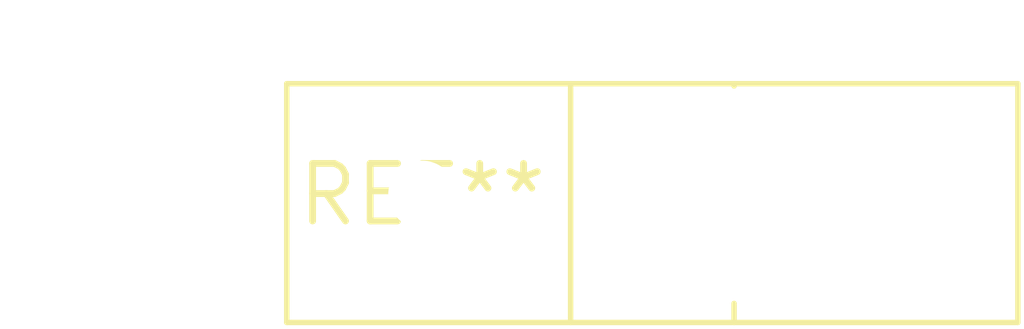
<source format=kicad_pcb>
(kicad_pcb (version 20240108) (generator pcbnew)
  (layers (0 "F.Cu" signal) (31 "B.Cu" signal) (34 "B.Paste" user) (35 "F.Paste" user) (36 "B.SilkS" user "B.Silkscreen") (37 "F.SilkS" user "F.Silkscreen") (38 "B.Mask" user) (39 "F.Mask" user) (44 "Edge.Cuts" user))
  (net 0 "")
  (footprint "TO-247-4_Vertical" (layer "F.Cu") (at 0 0)
    (property "Reference" "REF**")
    (property "Value" "TO-247-4_Vertical")
    (fp_line (start -2.99 -2.451) (end -2.99 2.82) (layer "F.SilkS") (stroke (width 0.12)))
    (fp_line (start -2.99 -2.451) (end 13.15 -2.451) (layer "F.SilkS") (stroke (width 0.12)))
    (fp_line (start -2.99 2.82) (end 13.15 2.82) (layer "F.SilkS") (stroke (width 0.12)))
    (fp_line (start 3.276 -2.451) (end 3.276 2.82) (layer "F.SilkS") (stroke (width 0.12)))
    (fp_line (start 6.885 -2.451) (end 6.885 -2.4) (layer "F.SilkS") (stroke (width 0.12)))
    (fp_line (start 6.885 2.4) (end 6.885 2.82) (layer "F.SilkS") (stroke (width 0.12)))
    (fp_line (start 13.15 -2.451) (end 13.15 2.82) (layer "F.SilkS") (stroke (width 0.12)))
    (pad "1" thru_hole rect (at 0 0) (size 1.905 4.5) (drill 1.5) (layers *.Cu *.Mask) (remove_unused_layers))
    (pad "2" thru_hole oval (at 5.08 0) (size 1.905 4.5) (drill 1.5) (layers *.Cu *.Mask) (remove_unused_layers))
    (pad "3" thru_hole oval (at 7.62 0) (size 1.905 4.5) (drill 1.5) (layers *.Cu *.Mask) (remove_unused_layers))
    (pad "4" thru_hole oval (at 10.16 0) (size 1.905 4.5) (drill 1.5) (layers *.Cu *.Mask) (remove_unused_layers))
  )
)
</source>
